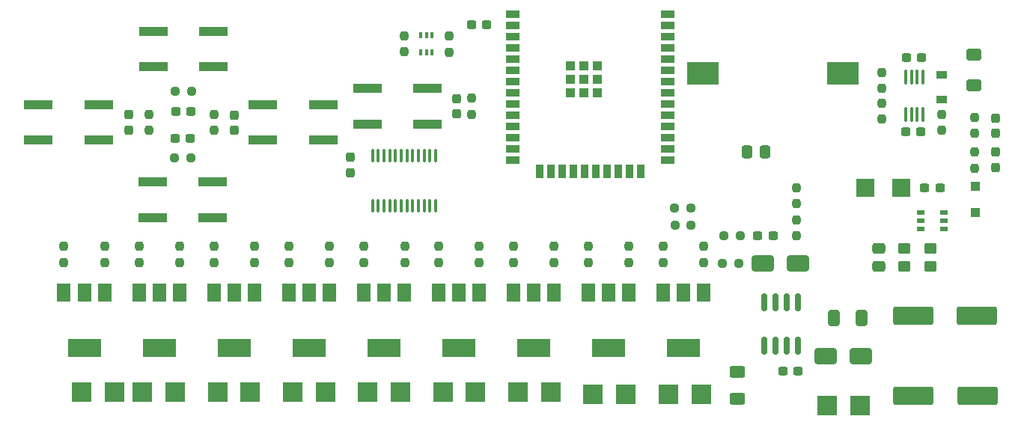
<source format=gbr>
G04 #@! TF.GenerationSoftware,KiCad,Pcbnew,(7.0.0)*
G04 #@! TF.CreationDate,2023-03-28T16:02:03-07:00*
G04 #@! TF.ProjectId,OpenSprinkler,4f70656e-5370-4726-996e-6b6c65722e6b,1*
G04 #@! TF.SameCoordinates,Original*
G04 #@! TF.FileFunction,Paste,Top*
G04 #@! TF.FilePolarity,Positive*
%FSLAX46Y46*%
G04 Gerber Fmt 4.6, Leading zero omitted, Abs format (unit mm)*
G04 Created by KiCad (PCBNEW (7.0.0)) date 2023-03-28 16:02:03*
%MOMM*%
%LPD*%
G01*
G04 APERTURE LIST*
G04 Aperture macros list*
%AMRoundRect*
0 Rectangle with rounded corners*
0 $1 Rounding radius*
0 $2 $3 $4 $5 $6 $7 $8 $9 X,Y pos of 4 corners*
0 Add a 4 corners polygon primitive as box body*
4,1,4,$2,$3,$4,$5,$6,$7,$8,$9,$2,$3,0*
0 Add four circle primitives for the rounded corners*
1,1,$1+$1,$2,$3*
1,1,$1+$1,$4,$5*
1,1,$1+$1,$6,$7*
1,1,$1+$1,$8,$9*
0 Add four rect primitives between the rounded corners*
20,1,$1+$1,$2,$3,$4,$5,0*
20,1,$1+$1,$4,$5,$6,$7,0*
20,1,$1+$1,$6,$7,$8,$9,0*
20,1,$1+$1,$8,$9,$2,$3,0*%
G04 Aperture macros list end*
%ADD10RoundRect,0.250001X-1.999999X-0.799999X1.999999X-0.799999X1.999999X0.799999X-1.999999X0.799999X0*%
%ADD11RoundRect,0.250000X0.475000X-0.337500X0.475000X0.337500X-0.475000X0.337500X-0.475000X-0.337500X0*%
%ADD12RoundRect,0.250000X0.625000X-0.400000X0.625000X0.400000X-0.625000X0.400000X-0.625000X-0.400000X0*%
%ADD13RoundRect,0.237500X0.237500X-0.250000X0.237500X0.250000X-0.237500X0.250000X-0.237500X-0.250000X0*%
%ADD14R,1.500000X2.000000*%
%ADD15R,3.800000X2.000000*%
%ADD16RoundRect,0.237500X-0.300000X-0.237500X0.300000X-0.237500X0.300000X0.237500X-0.300000X0.237500X0*%
%ADD17RoundRect,0.250000X1.000000X0.650000X-1.000000X0.650000X-1.000000X-0.650000X1.000000X-0.650000X0*%
%ADD18R,3.200000X1.000000*%
%ADD19RoundRect,0.100000X-0.100000X0.712500X-0.100000X-0.712500X0.100000X-0.712500X0.100000X0.712500X0*%
%ADD20R,1.295400X0.965200*%
%ADD21RoundRect,0.237500X-0.237500X0.300000X-0.237500X-0.300000X0.237500X-0.300000X0.237500X0.300000X0*%
%ADD22R,2.184400X2.184400*%
%ADD23RoundRect,0.237500X0.300000X0.237500X-0.300000X0.237500X-0.300000X-0.237500X0.300000X-0.237500X0*%
%ADD24RoundRect,0.250000X0.412500X0.650000X-0.412500X0.650000X-0.412500X-0.650000X0.412500X-0.650000X0*%
%ADD25RoundRect,0.237500X-0.237500X0.287500X-0.237500X-0.287500X0.237500X-0.287500X0.237500X0.287500X0*%
%ADD26R,0.914400X0.482600*%
%ADD27RoundRect,0.250000X-0.450000X0.350000X-0.450000X-0.350000X0.450000X-0.350000X0.450000X0.350000X0*%
%ADD28RoundRect,0.237500X-0.237500X0.250000X-0.237500X-0.250000X0.237500X-0.250000X0.237500X0.250000X0*%
%ADD29RoundRect,0.237500X0.250000X0.237500X-0.250000X0.237500X-0.250000X-0.237500X0.250000X-0.237500X0*%
%ADD30RoundRect,0.250000X0.337500X0.475000X-0.337500X0.475000X-0.337500X-0.475000X0.337500X-0.475000X0*%
%ADD31R,3.606800X2.590800*%
%ADD32RoundRect,0.250000X-1.000000X-0.650000X1.000000X-0.650000X1.000000X0.650000X-1.000000X0.650000X0*%
%ADD33RoundRect,0.150000X-0.150000X0.825000X-0.150000X-0.825000X0.150000X-0.825000X0.150000X0.825000X0*%
%ADD34R,0.400000X0.650000*%
%ADD35R,2.000000X2.000000*%
%ADD36RoundRect,0.237500X-0.250000X-0.237500X0.250000X-0.237500X0.250000X0.237500X-0.250000X0.237500X0*%
%ADD37RoundRect,0.100000X0.100000X-0.637500X0.100000X0.637500X-0.100000X0.637500X-0.100000X-0.637500X0*%
%ADD38RoundRect,0.250000X0.600000X-0.400000X0.600000X0.400000X-0.600000X0.400000X-0.600000X-0.400000X0*%
%ADD39RoundRect,0.237500X0.237500X-0.287500X0.237500X0.287500X-0.237500X0.287500X-0.237500X-0.287500X0*%
%ADD40R,1.500000X0.900000*%
%ADD41R,0.900000X1.500000*%
%ADD42R,1.050000X1.050000*%
%ADD43R,0.990600X1.092200*%
G04 APERTURE END LIST*
D10*
X180226600Y-106832400D03*
X187426600Y-106832400D03*
D11*
X176250600Y-92223500D03*
X176250600Y-90148500D03*
D12*
X160274000Y-107214000D03*
X160274000Y-104114000D03*
D13*
X183413400Y-76833100D03*
X183413400Y-75008100D03*
X114147003Y-91770200D03*
X114147003Y-89945200D03*
D14*
X97197804Y-95147599D03*
X94897804Y-95147599D03*
X92597804Y-95147599D03*
D15*
X94897804Y-101447599D03*
D13*
X176624500Y-75538100D03*
X176624500Y-73713100D03*
D16*
X179343400Y-76962400D03*
X181068400Y-76962400D03*
D17*
X174288200Y-102336600D03*
X170288200Y-102336600D03*
D14*
X114147002Y-95147599D03*
X111847002Y-95147599D03*
X109547002Y-95147599D03*
D15*
X111847002Y-101447599D03*
D18*
X94224399Y-65630199D03*
X101024399Y-65630199D03*
X94224399Y-69630199D03*
X101024399Y-69630199D03*
D19*
X181282500Y-70760500D03*
X180632500Y-70760500D03*
X179982500Y-70760500D03*
X179332500Y-70760500D03*
X179332500Y-74985500D03*
X179982500Y-74985500D03*
X180632500Y-74985500D03*
X181282500Y-74985500D03*
D14*
X156519998Y-95147599D03*
X154219998Y-95147599D03*
X151919998Y-95147599D03*
D15*
X154219998Y-101447599D03*
D20*
X183362599Y-73304399D03*
X183362599Y-70561199D03*
D10*
X180201200Y-97790000D03*
X187401200Y-97790000D03*
D21*
X128520800Y-73237500D03*
X128520800Y-74962500D03*
D14*
X88723205Y-95147999D03*
X86423205Y-95147999D03*
X84123205Y-95147999D03*
D15*
X86423205Y-101447999D03*
D22*
X93001913Y-106425999D03*
X96710313Y-106425999D03*
D23*
X131933300Y-64900000D03*
X130208300Y-64900000D03*
X98430900Y-77703200D03*
X96705900Y-77703200D03*
D22*
X170456499Y-107924599D03*
X174164899Y-107924599D03*
D24*
X174337000Y-98018600D03*
X171212000Y-98018600D03*
D25*
X189480600Y-75420800D03*
X189480600Y-77170800D03*
D26*
X181051199Y-86105999D03*
X181051199Y-87045799D03*
X181051199Y-87985599D03*
X183641999Y-87985599D03*
X183641999Y-87045799D03*
X183641999Y-86105999D03*
D13*
X127650800Y-67970300D03*
X127650800Y-66145300D03*
D16*
X179419600Y-68631200D03*
X181144600Y-68631200D03*
D13*
X109547003Y-91770200D03*
X109547003Y-89945200D03*
D27*
X179201300Y-90186000D03*
X179201300Y-92186000D03*
D28*
X176624500Y-70258700D03*
X176624500Y-72083700D03*
D13*
X93704400Y-76815700D03*
X93704400Y-74990700D03*
X92597805Y-91770200D03*
X92597805Y-89945200D03*
D14*
X148045398Y-95147599D03*
X145745398Y-95147599D03*
X143445398Y-95147599D03*
D15*
X145745398Y-101447599D03*
D13*
X156519999Y-91770200D03*
X156519999Y-89945200D03*
X147980400Y-91770200D03*
X147980400Y-89945200D03*
D21*
X103368400Y-75067700D03*
X103368400Y-76792700D03*
X91418400Y-75040700D03*
X91418400Y-76765700D03*
D13*
X187169200Y-81097400D03*
X187169200Y-79272400D03*
X88723206Y-91770200D03*
X88723206Y-89945200D03*
D22*
X118490255Y-106425999D03*
X122198655Y-106425999D03*
D14*
X122621601Y-95147599D03*
X120321601Y-95147599D03*
X118021601Y-95147599D03*
D15*
X120321601Y-101447599D03*
D13*
X118008400Y-91770200D03*
X118008400Y-89945200D03*
D16*
X162611900Y-88773000D03*
X164336900Y-88773000D03*
D29*
X155020800Y-85600000D03*
X153195800Y-85600000D03*
D22*
X86105999Y-106425999D03*
X89814399Y-106425999D03*
D14*
X139570799Y-95147599D03*
X137270799Y-95147599D03*
X134970799Y-95147599D03*
D15*
X137270799Y-101447599D03*
D30*
X163445100Y-79273400D03*
X161370100Y-79273400D03*
D31*
X172211999Y-70357999D03*
X156413199Y-70357999D03*
D32*
X163176200Y-91897200D03*
X167176200Y-91897200D03*
D33*
X167173700Y-96261200D03*
X165903700Y-96261200D03*
X164633700Y-96261200D03*
X163363700Y-96261200D03*
X163363700Y-101211200D03*
X164633700Y-101211200D03*
X165903700Y-101211200D03*
X167173700Y-101211200D03*
D13*
X84123206Y-91770200D03*
X84123206Y-89945200D03*
D34*
X125760799Y-66075399D03*
X125110799Y-66075399D03*
X124460799Y-66075399D03*
X124460799Y-67975399D03*
X125110799Y-67975399D03*
X125760799Y-67975399D03*
D22*
X126986369Y-106425999D03*
X130694769Y-106425999D03*
D21*
X116535200Y-79884100D03*
X116535200Y-81609100D03*
D13*
X97197805Y-91770200D03*
X97197805Y-89945200D03*
D18*
X118420799Y-72099999D03*
X125220799Y-72099999D03*
X118420799Y-76099999D03*
X125220799Y-76099999D03*
D13*
X126492000Y-91770200D03*
X126492000Y-89945200D03*
D29*
X155055500Y-87549600D03*
X153230500Y-87549600D03*
D18*
X81249399Y-73930199D03*
X88049399Y-73930199D03*
X81249399Y-77930199D03*
X88049399Y-77930199D03*
D35*
X178802799Y-83337399D03*
X174802799Y-83337399D03*
D22*
X152474711Y-106675674D03*
X156183111Y-106675674D03*
D13*
X130197200Y-75012500D03*
X130197200Y-73187500D03*
D28*
X122570800Y-66094500D03*
X122570800Y-67919500D03*
D36*
X96655900Y-79938400D03*
X98480900Y-79938400D03*
D37*
X119025600Y-85387100D03*
X119675600Y-85387100D03*
X120325600Y-85387100D03*
X120975600Y-85387100D03*
X121625600Y-85387100D03*
X122275600Y-85387100D03*
X122925600Y-85387100D03*
X123575600Y-85387100D03*
X124225600Y-85387100D03*
X124875600Y-85387100D03*
X125525600Y-85387100D03*
X126175600Y-85387100D03*
X126175600Y-79662100D03*
X125525600Y-79662100D03*
X124875600Y-79662100D03*
X124225600Y-79662100D03*
X123575600Y-79662100D03*
X122925600Y-79662100D03*
X122275600Y-79662100D03*
X121625600Y-79662100D03*
X120975600Y-79662100D03*
X120325600Y-79662100D03*
X119675600Y-79662100D03*
X119025600Y-79662100D03*
D27*
X182122000Y-90186000D03*
X182122000Y-92186000D03*
D28*
X187169200Y-75338300D03*
X187169200Y-77163300D03*
D38*
X187045800Y-71729800D03*
X187045800Y-68229800D03*
D39*
X189480600Y-81037400D03*
X189480600Y-79287400D03*
D13*
X105672404Y-91770200D03*
X105672404Y-89945200D03*
D16*
X181484100Y-83306000D03*
X183209100Y-83306000D03*
D18*
X94170799Y-82679999D03*
X100970799Y-82679999D03*
X94170799Y-86679999D03*
X100970799Y-86679999D03*
D22*
X143978597Y-106679999D03*
X147686997Y-106679999D03*
D40*
X134875799Y-63684999D03*
X134875799Y-64954999D03*
X134875799Y-66224999D03*
X134875799Y-67494999D03*
X134875799Y-68764999D03*
X134875799Y-70034999D03*
X134875799Y-71304999D03*
X134875799Y-72574999D03*
X134875799Y-73844999D03*
X134875799Y-75114999D03*
X134875799Y-76384999D03*
X134875799Y-77654999D03*
X134875799Y-78924999D03*
X134875799Y-80194999D03*
D41*
X137915799Y-81444999D03*
X139185799Y-81444999D03*
X140455799Y-81444999D03*
X141725799Y-81444999D03*
X142995799Y-81444999D03*
X144265799Y-81444999D03*
X145535799Y-81444999D03*
X146805799Y-81444999D03*
X148075799Y-81444999D03*
X149345799Y-81444999D03*
D40*
X152375799Y-80194999D03*
X152375799Y-78924999D03*
X152375799Y-77654999D03*
X152375799Y-76384999D03*
X152375799Y-75114999D03*
X152375799Y-73844999D03*
X152375799Y-72574999D03*
X152375799Y-71304999D03*
X152375799Y-70034999D03*
X152375799Y-68764999D03*
X152375799Y-67494999D03*
X152375799Y-66224999D03*
X152375799Y-64954999D03*
X152375799Y-63684999D03*
D42*
X141420799Y-69499999D03*
X141420799Y-71024999D03*
X141420799Y-72549999D03*
X142945799Y-69499999D03*
X142945799Y-71024999D03*
X142945799Y-72549999D03*
X144470799Y-69499999D03*
X144470799Y-71024999D03*
X144470799Y-72549999D03*
D13*
X101072404Y-91770200D03*
X101072404Y-89945200D03*
D23*
X98480900Y-74689200D03*
X96755900Y-74689200D03*
D36*
X96705900Y-72403200D03*
X98530900Y-72403200D03*
D18*
X106649399Y-73930199D03*
X113449399Y-73930199D03*
X106649399Y-77930199D03*
X113449399Y-77930199D03*
D13*
X131114800Y-91770200D03*
X131114800Y-89945200D03*
X134970800Y-91770200D03*
X134970800Y-89945200D03*
D36*
X158599500Y-91897200D03*
X160424500Y-91897200D03*
D23*
X167181700Y-104063800D03*
X165456700Y-104063800D03*
D13*
X101082400Y-75017700D03*
X101082400Y-76842700D03*
D22*
X109994141Y-106425999D03*
X113702541Y-106425999D03*
D13*
X139547600Y-91770200D03*
X139547600Y-89945200D03*
X122682000Y-91770200D03*
X122682000Y-89945200D03*
D43*
X187172599Y-86131399D03*
X187172599Y-83184999D03*
D22*
X135482483Y-106425999D03*
X139190883Y-106425999D03*
D13*
X151942800Y-91770200D03*
X151942800Y-89945200D03*
D36*
X158769900Y-88773000D03*
X160594900Y-88773000D03*
D22*
X101498027Y-106425999D03*
X105206427Y-106425999D03*
D13*
X167005000Y-88763500D03*
X167005000Y-86938500D03*
X143459200Y-91770200D03*
X143459200Y-89945200D03*
D14*
X131096200Y-95147599D03*
X128796200Y-95147599D03*
X126496200Y-95147599D03*
D15*
X128796200Y-101447599D03*
D14*
X105672403Y-95147599D03*
X103372403Y-95147599D03*
X101072403Y-95147599D03*
D15*
X103372403Y-101447599D03*
D28*
X167005000Y-83288500D03*
X167005000Y-85113500D03*
M02*

</source>
